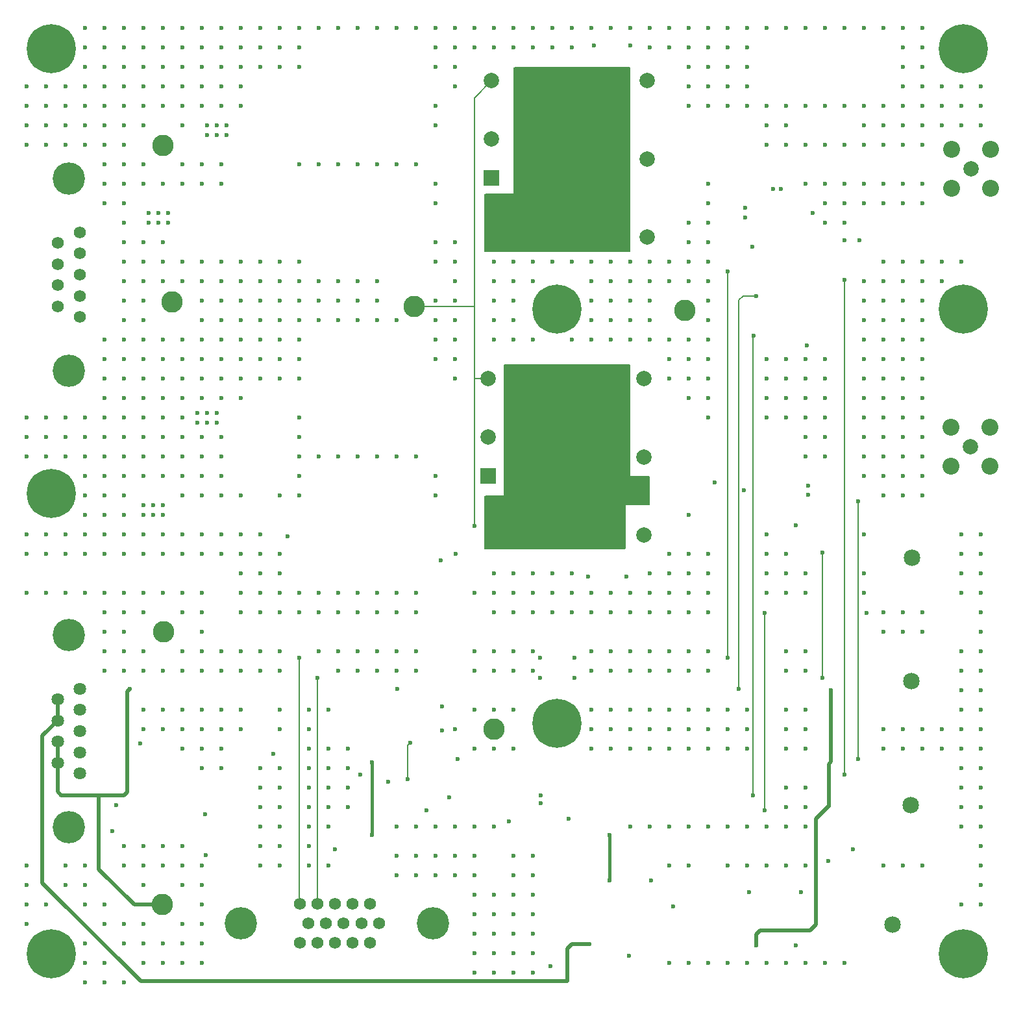
<source format=gbr>
%TF.GenerationSoftware,KiCad,Pcbnew,9.0.3*%
%TF.CreationDate,2025-09-16T11:45:41-04:00*%
%TF.ProjectId,5_COLD_TPC_Charge_Pre_Amp,355f434f-4c44-45f5-9450-435f43686172,rev?*%
%TF.SameCoordinates,Original*%
%TF.FileFunction,Copper,L5,Inr*%
%TF.FilePolarity,Positive*%
%FSLAX46Y46*%
G04 Gerber Fmt 4.6, Leading zero omitted, Abs format (unit mm)*
G04 Created by KiCad (PCBNEW 9.0.3) date 2025-09-16 11:45:41*
%MOMM*%
%LPD*%
G01*
G04 APERTURE LIST*
%TA.AperFunction,ComponentPad*%
%ADD10R,2.000000X2.000000*%
%TD*%
%TA.AperFunction,ComponentPad*%
%ADD11C,2.000000*%
%TD*%
%TA.AperFunction,ComponentPad*%
%ADD12C,2.800000*%
%TD*%
%TA.AperFunction,ComponentPad*%
%ADD13C,1.560000*%
%TD*%
%TA.AperFunction,ComponentPad*%
%ADD14C,4.216000*%
%TD*%
%TA.AperFunction,ComponentPad*%
%ADD15C,2.006600*%
%TD*%
%TA.AperFunction,ComponentPad*%
%ADD16C,2.209800*%
%TD*%
%TA.AperFunction,ComponentPad*%
%ADD17C,6.400000*%
%TD*%
%TA.AperFunction,ComponentPad*%
%ADD18C,1.575000*%
%TD*%
%TA.AperFunction,ComponentPad*%
%ADD19C,2.159000*%
%TD*%
%TA.AperFunction,ComponentPad*%
%ADD20C,1.635000*%
%TD*%
%TA.AperFunction,ViaPad*%
%ADD21C,0.600000*%
%TD*%
%TA.AperFunction,ViaPad*%
%ADD22C,1.500000*%
%TD*%
%TA.AperFunction,Conductor*%
%ADD23C,0.500000*%
%TD*%
%TA.AperFunction,Conductor*%
%ADD24C,0.200000*%
%TD*%
%TA.AperFunction,Conductor*%
%ADD25C,0.400000*%
%TD*%
G04 APERTURE END LIST*
D10*
%TO.N,/Main_Converter/V_POS*%
%TO.C,U4*%
X271000000Y-111750000D03*
D11*
%TO.N,/Main_Converter/V_RTN*%
X271000000Y-106650000D03*
%TO.N,/PM_5V_RTN*%
X291300000Y-119450000D03*
%TO.N,unconnected-(U4-TRIM-Pad4)*%
X291300000Y-109250000D03*
%TO.N,/M5V*%
X291300000Y-99050000D03*
%TO.N,/Enable_CKT/Enable*%
X271000000Y-99050000D03*
%TD*%
D12*
%TO.N,/PM_5V_TELEM_RTN*%
%TO.C,Telem_RTN1*%
X271750000Y-144770000D03*
%TD*%
D13*
%TO.N,/V_SEC_RTN*%
%TO.C,J1*%
X217755000Y-79935000D03*
X217755000Y-82705000D03*
%TO.N,unconnected-(J1-Pad3)*%
X217755000Y-85475000D03*
%TO.N,/V_SEC_RTN*%
X217755000Y-88245000D03*
X217755000Y-91015000D03*
%TO.N,/V_SEC_IN*%
X214915000Y-81320000D03*
X214915000Y-84090000D03*
X214915000Y-86860000D03*
X214915000Y-89630000D03*
D14*
%TO.N,GNDPWR*%
X216335000Y-72975000D03*
X216335000Y-97975000D03*
%TD*%
D12*
%TO.N,/M5_TELEM*%
%TO.C,-5V1*%
X228660000Y-132080000D03*
%TD*%
D15*
%TO.N,/M5V_OUT*%
%TO.C,J4*%
X333883000Y-107895000D03*
D16*
%TO.N,/PM_5V_RTN*%
X336423000Y-105355000D03*
X331343000Y-105355000D03*
X331343000Y-110435000D03*
X336423000Y-110435000D03*
%TD*%
D17*
%TO.N,GNDPWR*%
%TO.C,H3*%
X333000000Y-90000000D03*
%TD*%
D12*
%TO.N,/P5_TELEM*%
%TO.C,+5V1*%
X228540000Y-167640000D03*
%TD*%
D17*
%TO.N,GNDPWR*%
%TO.C,H1*%
X214000000Y-56000000D03*
%TD*%
%TO.N,GNDPWR*%
%TO.C,H2*%
X333000000Y-56000000D03*
%TD*%
D18*
%TO.N,/TEMP_MON*%
%TO.C,J3*%
X255606000Y-167510000D03*
%TO.N,/M5V_V_MON*%
X253316000Y-167510000D03*
%TO.N,/P5V_V_MON*%
X251026000Y-167510000D03*
%TO.N,/M5V_I_MON*%
X248736000Y-167510000D03*
%TO.N,/P5V_I_MON*%
X246446000Y-167510000D03*
%TO.N,/PM_5V_TELEM_RTN*%
X256751000Y-170050000D03*
X254461000Y-170050000D03*
X252171000Y-170050000D03*
X249881000Y-170050000D03*
X247591000Y-170050000D03*
%TO.N,unconnected-(J3-Pad11)*%
X255606000Y-172590000D03*
%TO.N,unconnected-(J3-Pad12)*%
X253316000Y-172590000D03*
%TO.N,unconnected-(J3-Pad13)*%
X251026000Y-172590000D03*
%TO.N,/Enable+*%
X248736000Y-172590000D03*
%TO.N,/Enable-*%
X246446000Y-172590000D03*
D14*
%TO.N,GNDPWR*%
X238785000Y-170050000D03*
X263775000Y-170050000D03*
%TD*%
D15*
%TO.N,/P5V_OUT*%
%TO.C,J5*%
X334010000Y-71705000D03*
D16*
%TO.N,/PM_5V_RTN*%
X336550000Y-69165000D03*
X331470000Y-69165000D03*
X331470000Y-74245000D03*
X336550000Y-74245000D03*
%TD*%
D12*
%TO.N,/Enable_CKT/Enable*%
%TO.C,V_{EN}1*%
X261320000Y-89620000D03*
%TD*%
D17*
%TO.N,GNDPWR*%
%TO.C,H8*%
X280000000Y-90000000D03*
%TD*%
D19*
%TO.N,Net-(M4-Pad3)*%
%TO.C,P1*%
X326300000Y-122390000D03*
%TD*%
%TO.N,Net-(P2-Pad1)*%
%TO.C,P2*%
X326220000Y-138470201D03*
%TD*%
D20*
%TO.N,/PM_5V_TELEM_RTN*%
%TO.C,J2*%
X217720000Y-150540000D03*
X217720000Y-147770000D03*
%TO.N,unconnected-(J2-Pad3)*%
X217720000Y-145000000D03*
%TO.N,/PM_5V_TELEM_RTN*%
X217720000Y-142230000D03*
X217720000Y-139460000D03*
%TO.N,/P5_TELEM*%
X214880000Y-149155000D03*
X214880000Y-146385000D03*
%TO.N,/M5_TELEM*%
X214880000Y-143615000D03*
X214880000Y-140845000D03*
D14*
%TO.N,GNDPWR*%
X216300000Y-132500000D03*
X216300000Y-157500000D03*
%TD*%
D12*
%TO.N,/V_SEC_IN*%
%TO.C,+12V1*%
X228570000Y-68590000D03*
%TD*%
D17*
%TO.N,GNDPWR*%
%TO.C,H5*%
X280000000Y-144000000D03*
%TD*%
D19*
%TO.N,Net-(P3-Pad1)*%
%TO.C,P3*%
X326120000Y-154650000D03*
%TD*%
D10*
%TO.N,/Main_Converter1/V_POS*%
%TO.C,U1*%
X271470000Y-72865000D03*
D11*
%TO.N,/Main_Converter1/V_RTN*%
X271470000Y-67765000D03*
%TO.N,/P5V*%
X291770000Y-80565000D03*
%TO.N,unconnected-(U1-TRIM-Pad4)*%
X291770000Y-70365000D03*
%TO.N,/PM_5V_RTN*%
X291770000Y-60165000D03*
%TO.N,/Enable_CKT/Enable*%
X271470000Y-60165000D03*
%TD*%
D12*
%TO.N,/V_SEC_RTN*%
%TO.C,+12V_RTN1*%
X229810000Y-89060000D03*
%TD*%
%TO.N,/PM_5V_RTN*%
%TO.C,+/-5V_{RTN}1*%
X296700000Y-90100000D03*
%TD*%
D19*
%TO.N,Net-(M3-Pad3)*%
%TO.C,P4*%
X323780000Y-170190201D03*
%TD*%
D17*
%TO.N,GNDPWR*%
%TO.C,H7*%
X333000000Y-174000000D03*
%TD*%
%TO.N,GNDPWR*%
%TO.C,H4*%
X214000000Y-114000000D03*
%TD*%
%TO.N,GNDPWR*%
%TO.C,H9*%
X214000000Y-174000000D03*
%TD*%
D21*
%TO.N,/PM_5V_RTN*%
X289520000Y-55620000D03*
X289080000Y-124820000D03*
X319440000Y-81020000D03*
D22*
%TO.N,GNDPWR*%
X284480000Y-74930000D03*
X279400000Y-111760000D03*
X287020000Y-111760000D03*
X276860000Y-116840000D03*
X284480000Y-111760000D03*
X279400000Y-104140000D03*
X279400000Y-72390000D03*
X281940000Y-111760000D03*
X284480000Y-119380000D03*
X279400000Y-62230000D03*
X274320000Y-114300000D03*
X281940000Y-101600000D03*
X279400000Y-77470000D03*
X274320000Y-106680000D03*
X274320000Y-80010000D03*
X284480000Y-106680000D03*
X276860000Y-106680000D03*
X276860000Y-64770000D03*
X276860000Y-77470000D03*
X281940000Y-59690000D03*
X287020000Y-114300000D03*
X284480000Y-116840000D03*
X284480000Y-109220000D03*
X279400000Y-69850000D03*
X281940000Y-104140000D03*
X284480000Y-77470000D03*
X276860000Y-104140000D03*
X276860000Y-114300000D03*
X276860000Y-59690000D03*
X287020000Y-74930000D03*
X284480000Y-69850000D03*
X276860000Y-101600000D03*
X279400000Y-114300000D03*
X281940000Y-80010000D03*
X284480000Y-80010000D03*
X276860000Y-69850000D03*
X274320000Y-77470000D03*
X287020000Y-104140000D03*
X276860000Y-62230000D03*
X274320000Y-116840000D03*
X274320000Y-109220000D03*
X281940000Y-64770000D03*
X287020000Y-106680000D03*
X287020000Y-80010000D03*
X284480000Y-99060000D03*
X279400000Y-101600000D03*
X279400000Y-106680000D03*
X287020000Y-69850000D03*
X287020000Y-119380000D03*
X284480000Y-101600000D03*
X281940000Y-114300000D03*
X281940000Y-116840000D03*
X279400000Y-59690000D03*
X279400000Y-80010000D03*
X284480000Y-62230000D03*
X276860000Y-72390000D03*
X287020000Y-116840000D03*
X276860000Y-80010000D03*
X274320000Y-104140000D03*
X287020000Y-99060000D03*
X274320000Y-99060000D03*
X281940000Y-109220000D03*
X287020000Y-64770000D03*
X281940000Y-62230000D03*
X274320000Y-101600000D03*
X279400000Y-99060000D03*
X279400000Y-116840000D03*
D21*
X284010000Y-124810000D03*
D22*
X290195000Y-113665000D03*
X287020000Y-62230000D03*
X279400000Y-67310000D03*
X271780000Y-119380000D03*
X281940000Y-67310000D03*
X287020000Y-67310000D03*
X287020000Y-109220000D03*
X284480000Y-59690000D03*
X281940000Y-119380000D03*
X281940000Y-74930000D03*
X276860000Y-74930000D03*
D21*
X284810000Y-55620000D03*
D22*
X279400000Y-109220000D03*
X281940000Y-77470000D03*
X279400000Y-64770000D03*
X281940000Y-69850000D03*
X284480000Y-64770000D03*
X281940000Y-99060000D03*
X281940000Y-72390000D03*
X271780000Y-116840000D03*
X287020000Y-72390000D03*
X284480000Y-72390000D03*
X276860000Y-67310000D03*
X276860000Y-99060000D03*
X276860000Y-119380000D03*
X271780000Y-80010000D03*
X284480000Y-114300000D03*
X281940000Y-106680000D03*
X274320000Y-119380000D03*
X279400000Y-74930000D03*
X279400000Y-119380000D03*
X284480000Y-67310000D03*
X287020000Y-101600000D03*
X287020000Y-77470000D03*
X284480000Y-104140000D03*
X276860000Y-109220000D03*
X276860000Y-111760000D03*
X271780000Y-77470000D03*
X274320000Y-111760000D03*
X287020000Y-59690000D03*
D21*
%TO.N,/V_SEC_RTN*%
X276860000Y-93980000D03*
X320040000Y-63500000D03*
X299720000Y-81280000D03*
X269240000Y-127000000D03*
X297180000Y-53340000D03*
X233680000Y-60960000D03*
X236220000Y-60960000D03*
X220980000Y-93980000D03*
X246380000Y-86360000D03*
X236220000Y-119380000D03*
X223520000Y-60960000D03*
X226060000Y-119380000D03*
X302260000Y-53340000D03*
X284480000Y-83820000D03*
X238760000Y-127000000D03*
X327660000Y-55880000D03*
X238760000Y-91440000D03*
X233045000Y-103505000D03*
X233680000Y-53340000D03*
X236220000Y-101600000D03*
X314960000Y-53340000D03*
X213360000Y-121920000D03*
X325120000Y-111760000D03*
X235585000Y-67310000D03*
X231140000Y-93980000D03*
X325120000Y-101600000D03*
X213360000Y-104140000D03*
X261620000Y-127000000D03*
X317500000Y-63500000D03*
X241300000Y-53340000D03*
X287020000Y-53340000D03*
X281940000Y-129540000D03*
X218440000Y-104140000D03*
X307340000Y-121920000D03*
X215900000Y-63500000D03*
X325120000Y-88900000D03*
X215900000Y-109220000D03*
X248920000Y-53340000D03*
X226060000Y-55880000D03*
X226060000Y-60960000D03*
X309880000Y-101600000D03*
X236220000Y-86360000D03*
X264160000Y-91440000D03*
X332740000Y-60960000D03*
X314960000Y-109220000D03*
X223520000Y-83820000D03*
X241300000Y-99060000D03*
X299720000Y-93980000D03*
X220980000Y-68580000D03*
X325120000Y-93980000D03*
X320040000Y-106680000D03*
X220980000Y-111760000D03*
X327660000Y-99060000D03*
X233680000Y-83820000D03*
X228600000Y-60960000D03*
X297180000Y-60960000D03*
X243840000Y-53340000D03*
X297180000Y-101600000D03*
X241300000Y-127000000D03*
X210820000Y-60960000D03*
X271780000Y-55880000D03*
X289560000Y-127000000D03*
X309880000Y-121920000D03*
X210820000Y-66040000D03*
X294640000Y-83820000D03*
X284480000Y-129540000D03*
X223520000Y-104140000D03*
X327660000Y-111760000D03*
X236220000Y-109220000D03*
X256540000Y-53340000D03*
X325120000Y-99060000D03*
X312420000Y-68580000D03*
X238760000Y-60960000D03*
X226060000Y-83820000D03*
X299720000Y-86360000D03*
X220980000Y-71120000D03*
X294640000Y-55880000D03*
X231140000Y-71120000D03*
X309880000Y-127000000D03*
X325120000Y-109220000D03*
X220980000Y-66040000D03*
X299720000Y-76200000D03*
X320040000Y-101600000D03*
X213360000Y-119380000D03*
X231140000Y-86360000D03*
X236220000Y-63500000D03*
X294640000Y-127000000D03*
X325120000Y-63500000D03*
X231140000Y-104140000D03*
X266700000Y-60960000D03*
X231140000Y-119380000D03*
X231140000Y-101600000D03*
X223520000Y-73660000D03*
X223520000Y-93980000D03*
X320040000Y-99060000D03*
X236220000Y-88900000D03*
X289560000Y-83820000D03*
X226060000Y-109220000D03*
X309880000Y-53340000D03*
X274320000Y-83820000D03*
X234315000Y-103505000D03*
X327660000Y-104140000D03*
X279400000Y-127000000D03*
X241300000Y-55880000D03*
X292100000Y-88900000D03*
X281940000Y-124460000D03*
X223520000Y-109220000D03*
X228600000Y-86360000D03*
X264160000Y-96520000D03*
X241300000Y-88900000D03*
X236220000Y-73660000D03*
X312420000Y-63500000D03*
X256540000Y-129540000D03*
X231140000Y-53340000D03*
X325120000Y-86360000D03*
X292100000Y-55880000D03*
X223520000Y-63500000D03*
X231140000Y-58420000D03*
X271780000Y-83820000D03*
X325120000Y-55880000D03*
X235585000Y-66040000D03*
X281940000Y-127000000D03*
X322580000Y-111760000D03*
X226060000Y-86360000D03*
X264160000Y-111760000D03*
X327660000Y-109220000D03*
X215900000Y-121920000D03*
X274320000Y-127000000D03*
X220980000Y-101600000D03*
X231140000Y-83820000D03*
X259080000Y-109220000D03*
X251460000Y-129540000D03*
X320040000Y-93980000D03*
X215900000Y-106680000D03*
X238760000Y-86360000D03*
X220980000Y-109220000D03*
X271780000Y-129540000D03*
X251460000Y-127000000D03*
X226060000Y-73660000D03*
X228600000Y-55880000D03*
X320040000Y-68580000D03*
X299720000Y-124460000D03*
X228600000Y-96520000D03*
X309880000Y-96520000D03*
X297180000Y-116840000D03*
X218440000Y-109220000D03*
X220980000Y-116840000D03*
X213360000Y-66040000D03*
X220980000Y-119380000D03*
X307340000Y-104140000D03*
X248920000Y-88900000D03*
X220980000Y-73660000D03*
X292100000Y-93980000D03*
X236220000Y-58420000D03*
X309880000Y-104140000D03*
X276860000Y-86360000D03*
X228600000Y-99060000D03*
X299720000Y-53340000D03*
X304800000Y-53340000D03*
X228600000Y-106680000D03*
X284480000Y-91440000D03*
X238760000Y-129540000D03*
X233680000Y-109220000D03*
X223520000Y-53340000D03*
X294640000Y-124460000D03*
X297180000Y-96520000D03*
X322580000Y-63500000D03*
X243840000Y-96520000D03*
X312420000Y-127000000D03*
X297180000Y-127000000D03*
X223520000Y-88900000D03*
X314960000Y-104140000D03*
X264160000Y-58420000D03*
X233680000Y-96520000D03*
X243840000Y-83820000D03*
X292100000Y-124460000D03*
X223520000Y-81280000D03*
X320040000Y-76200000D03*
X226060000Y-91440000D03*
X238760000Y-58420000D03*
X210820000Y-106680000D03*
X287020000Y-91440000D03*
X236220000Y-71120000D03*
X279400000Y-129540000D03*
X241300000Y-121920000D03*
X274320000Y-93980000D03*
X327660000Y-93980000D03*
X226060000Y-99060000D03*
X238760000Y-99060000D03*
X299720000Y-127000000D03*
X246380000Y-96520000D03*
X307340000Y-101600000D03*
X289560000Y-129540000D03*
X269240000Y-53340000D03*
X233680000Y-101600000D03*
X312420000Y-101600000D03*
X322580000Y-104140000D03*
X292100000Y-127000000D03*
X236220000Y-99060000D03*
X246380000Y-58420000D03*
X215900000Y-60960000D03*
X246380000Y-111760000D03*
X292100000Y-83820000D03*
X248920000Y-109220000D03*
X231140000Y-99060000D03*
X243840000Y-58420000D03*
X223520000Y-58420000D03*
X228600000Y-119380000D03*
X332740000Y-63500000D03*
X213360000Y-109220000D03*
X243840000Y-127000000D03*
X264160000Y-55880000D03*
X246380000Y-127000000D03*
X231140000Y-114300000D03*
X228600000Y-53340000D03*
X325120000Y-68580000D03*
X231140000Y-73660000D03*
X325120000Y-53340000D03*
X218440000Y-53340000D03*
X307340000Y-124460000D03*
X327660000Y-66040000D03*
X294640000Y-93980000D03*
X299720000Y-121920000D03*
X210820000Y-119380000D03*
X281940000Y-83820000D03*
X236220000Y-96520000D03*
X322580000Y-99060000D03*
X241300000Y-129540000D03*
X236220000Y-53340000D03*
X302260000Y-55880000D03*
X304800000Y-63500000D03*
X243840000Y-55880000D03*
X279400000Y-55880000D03*
X274320000Y-53340000D03*
X256540000Y-86360000D03*
X246380000Y-71120000D03*
X238760000Y-53340000D03*
X238760000Y-83820000D03*
X261620000Y-53340000D03*
X264160000Y-53340000D03*
X218440000Y-111760000D03*
X287020000Y-88900000D03*
X294640000Y-96520000D03*
X220980000Y-60960000D03*
X266700000Y-88900000D03*
X281940000Y-55880000D03*
X259080000Y-129540000D03*
X276860000Y-127000000D03*
X264160000Y-114300000D03*
X251460000Y-109220000D03*
X330200000Y-63500000D03*
X264160000Y-66040000D03*
X220980000Y-114300000D03*
X284480000Y-93980000D03*
X246380000Y-109220000D03*
X335280000Y-60960000D03*
X317500000Y-78740000D03*
X220980000Y-121920000D03*
X325120000Y-73660000D03*
X307340000Y-63500000D03*
X276860000Y-124460000D03*
X297180000Y-124460000D03*
X233680000Y-71120000D03*
X256540000Y-109220000D03*
X226060000Y-96520000D03*
X248920000Y-127000000D03*
X243840000Y-86360000D03*
X261620000Y-109220000D03*
X320040000Y-111760000D03*
X327660000Y-88900000D03*
X254000000Y-71120000D03*
X254000000Y-53340000D03*
X218440000Y-121920000D03*
X309880000Y-63500000D03*
X309880000Y-68580000D03*
X274320000Y-129540000D03*
X254000000Y-91440000D03*
X332740000Y-66040000D03*
X218440000Y-58420000D03*
X226060000Y-101600000D03*
X235585000Y-103505000D03*
X325120000Y-83820000D03*
X266700000Y-99060000D03*
X312420000Y-106680000D03*
X314960000Y-78740000D03*
X266700000Y-86360000D03*
X307340000Y-96520000D03*
X246380000Y-99060000D03*
X271780000Y-127000000D03*
X320040000Y-104140000D03*
X215900000Y-68580000D03*
X314960000Y-68580000D03*
X307340000Y-119380000D03*
X223520000Y-66040000D03*
X210820000Y-63500000D03*
X312420000Y-99060000D03*
X231140000Y-66040000D03*
X243840000Y-91440000D03*
X264160000Y-93980000D03*
X243840000Y-124460000D03*
X246380000Y-104140000D03*
X236855000Y-66040000D03*
X223520000Y-71120000D03*
X297180000Y-83820000D03*
X223520000Y-111760000D03*
X322580000Y-68580000D03*
X220980000Y-106680000D03*
X236220000Y-106680000D03*
X292100000Y-91440000D03*
X287020000Y-129540000D03*
X322580000Y-88900000D03*
X325120000Y-96520000D03*
X215900000Y-66040000D03*
X243840000Y-129540000D03*
X234315000Y-104775000D03*
X317500000Y-73660000D03*
X332740000Y-83820000D03*
X228600000Y-93980000D03*
X233680000Y-111760000D03*
X266700000Y-91440000D03*
X226060000Y-58420000D03*
X231140000Y-96520000D03*
X254000000Y-129540000D03*
X271780000Y-86360000D03*
X246380000Y-129540000D03*
X251460000Y-71120000D03*
X259080000Y-71120000D03*
X294640000Y-129540000D03*
X299720000Y-96520000D03*
X246380000Y-53340000D03*
X223520000Y-55880000D03*
X307340000Y-127000000D03*
X254000000Y-109220000D03*
X256540000Y-71120000D03*
X241300000Y-119380000D03*
X231140000Y-109220000D03*
X264160000Y-76200000D03*
X327660000Y-86360000D03*
X241300000Y-83820000D03*
X228600000Y-104140000D03*
X233680000Y-88900000D03*
X246380000Y-83820000D03*
X314960000Y-63500000D03*
X226060000Y-121920000D03*
X220980000Y-55880000D03*
X322580000Y-73660000D03*
X218440000Y-106680000D03*
X243840000Y-99060000D03*
X266700000Y-58420000D03*
X241300000Y-96520000D03*
X231140000Y-106680000D03*
X274320000Y-91440000D03*
X320040000Y-66040000D03*
X327660000Y-83820000D03*
X246380000Y-93980000D03*
X228600000Y-111760000D03*
X220980000Y-99060000D03*
X264160000Y-88900000D03*
X299720000Y-101600000D03*
X233680000Y-106680000D03*
X256540000Y-127000000D03*
X312420000Y-104140000D03*
X299720000Y-91440000D03*
X228600000Y-58420000D03*
X327660000Y-96520000D03*
X238760000Y-124460000D03*
X304800000Y-58420000D03*
X314960000Y-106680000D03*
X233680000Y-121920000D03*
X322580000Y-66040000D03*
X264160000Y-81280000D03*
X233680000Y-58420000D03*
X271780000Y-91440000D03*
X213360000Y-60960000D03*
X314960000Y-99060000D03*
X238760000Y-93980000D03*
X312420000Y-109220000D03*
X231140000Y-63500000D03*
X236220000Y-121920000D03*
X254000000Y-127000000D03*
X236220000Y-93980000D03*
X220980000Y-96520000D03*
X220980000Y-104140000D03*
X276860000Y-53340000D03*
X327660000Y-106680000D03*
X236220000Y-114300000D03*
X299720000Y-55880000D03*
X279400000Y-53340000D03*
X317500000Y-68580000D03*
X322580000Y-96520000D03*
X243840000Y-114300000D03*
X246380000Y-114300000D03*
X320040000Y-86360000D03*
X314960000Y-96520000D03*
X330200000Y-60960000D03*
X259080000Y-127000000D03*
X297180000Y-63500000D03*
X299720000Y-83820000D03*
X297180000Y-93980000D03*
X223520000Y-119380000D03*
X220980000Y-63500000D03*
X228600000Y-121920000D03*
X226060000Y-66040000D03*
X264160000Y-73660000D03*
X294640000Y-86360000D03*
X327660000Y-76200000D03*
X210820000Y-104140000D03*
X327660000Y-58420000D03*
X307340000Y-99060000D03*
X327660000Y-73660000D03*
X335280000Y-63500000D03*
X223520000Y-101600000D03*
X251460000Y-86360000D03*
X228600000Y-81280000D03*
X238760000Y-88900000D03*
X223520000Y-68580000D03*
X276860000Y-83820000D03*
X251460000Y-53340000D03*
X314960000Y-76200000D03*
X327660000Y-114300000D03*
X233680000Y-91440000D03*
X279400000Y-124460000D03*
X322580000Y-106680000D03*
X294640000Y-121920000D03*
X233680000Y-63500000D03*
X243840000Y-88900000D03*
X241300000Y-124460000D03*
X233680000Y-73660000D03*
X309880000Y-99060000D03*
X226060000Y-81280000D03*
X287020000Y-86360000D03*
X266700000Y-83820000D03*
X287020000Y-83820000D03*
X325120000Y-91440000D03*
X299720000Y-63500000D03*
X236220000Y-91440000D03*
X223520000Y-76200000D03*
X299720000Y-129540000D03*
X292100000Y-129540000D03*
X327660000Y-63500000D03*
X322580000Y-86360000D03*
X231140000Y-55880000D03*
X231140000Y-60960000D03*
X223520000Y-86360000D03*
X327660000Y-53340000D03*
X276860000Y-129540000D03*
X307340000Y-68580000D03*
X284480000Y-127000000D03*
X243840000Y-121920000D03*
X322580000Y-91440000D03*
X327660000Y-60960000D03*
X299720000Y-104140000D03*
X307340000Y-66040000D03*
X274320000Y-86360000D03*
X213360000Y-106680000D03*
X251460000Y-91440000D03*
X254000000Y-86360000D03*
X238760000Y-114300000D03*
X223520000Y-121920000D03*
X302260000Y-58420000D03*
X233045000Y-104775000D03*
X233680000Y-86360000D03*
X325120000Y-66040000D03*
X322580000Y-53340000D03*
X233680000Y-93980000D03*
X218440000Y-116840000D03*
X320040000Y-96520000D03*
X327660000Y-91440000D03*
X309880000Y-124460000D03*
X299720000Y-58420000D03*
X218440000Y-60960000D03*
X218440000Y-114300000D03*
X302260000Y-63500000D03*
X289560000Y-53340000D03*
X330200000Y-66040000D03*
X228600000Y-63500000D03*
X226060000Y-111760000D03*
X223520000Y-78740000D03*
X246380000Y-91440000D03*
X215900000Y-104140000D03*
X325120000Y-60960000D03*
X246380000Y-55880000D03*
X226060000Y-53340000D03*
X299720000Y-60960000D03*
X233680000Y-114300000D03*
X226060000Y-104140000D03*
X304800000Y-60960000D03*
X231140000Y-121920000D03*
X236220000Y-55880000D03*
X238760000Y-55880000D03*
X325120000Y-106680000D03*
X299720000Y-73660000D03*
X223520000Y-91440000D03*
X320040000Y-109220000D03*
X238760000Y-96520000D03*
X248920000Y-91440000D03*
X241300000Y-93980000D03*
X297180000Y-55880000D03*
X312420000Y-53340000D03*
X236220000Y-111760000D03*
X210820000Y-109220000D03*
X228600000Y-73660000D03*
X312420000Y-124460000D03*
X314960000Y-73660000D03*
X330200000Y-83820000D03*
X210820000Y-121920000D03*
X302260000Y-60960000D03*
X289560000Y-93980000D03*
X238760000Y-119380000D03*
X243840000Y-93980000D03*
X259080000Y-91440000D03*
X220980000Y-53340000D03*
X325120000Y-114300000D03*
X220980000Y-58420000D03*
X228600000Y-83820000D03*
X223520000Y-114300000D03*
X312420000Y-73660000D03*
X322580000Y-109220000D03*
X297180000Y-78740000D03*
X218440000Y-68580000D03*
X266700000Y-81280000D03*
X327660000Y-68580000D03*
X284480000Y-53340000D03*
X304800000Y-55880000D03*
X228600000Y-101600000D03*
X256540000Y-91440000D03*
X317500000Y-53340000D03*
X220980000Y-76200000D03*
X236220000Y-83820000D03*
X241300000Y-91440000D03*
X234315000Y-67310000D03*
X238760000Y-63500000D03*
X226060000Y-93980000D03*
X287020000Y-93980000D03*
X256540000Y-88900000D03*
X254000000Y-88900000D03*
X325120000Y-76200000D03*
X246380000Y-88900000D03*
X226060000Y-88900000D03*
X299720000Y-88900000D03*
X226060000Y-106680000D03*
X320040000Y-53340000D03*
X226060000Y-71120000D03*
X322580000Y-101600000D03*
X223520000Y-106680000D03*
X281940000Y-53340000D03*
X322580000Y-76200000D03*
X248920000Y-86360000D03*
X320040000Y-88900000D03*
X266700000Y-96520000D03*
X307340000Y-53340000D03*
X231140000Y-111760000D03*
X322580000Y-83820000D03*
X269240000Y-55880000D03*
X320040000Y-91440000D03*
X228600000Y-109220000D03*
X299720000Y-78740000D03*
X218440000Y-66040000D03*
X325120000Y-58420000D03*
X261620000Y-71120000D03*
X294640000Y-53340000D03*
X223520000Y-116840000D03*
X238760000Y-101600000D03*
X246380000Y-106680000D03*
X309880000Y-66040000D03*
X292100000Y-53340000D03*
X294640000Y-99060000D03*
X335280000Y-66040000D03*
X297180000Y-81280000D03*
X226060000Y-63500000D03*
X261620000Y-129540000D03*
X264160000Y-63500000D03*
X320040000Y-73660000D03*
X271780000Y-124460000D03*
X236855000Y-67310000D03*
X274320000Y-55880000D03*
X289560000Y-88900000D03*
X218440000Y-63500000D03*
X264160000Y-83820000D03*
X271780000Y-93980000D03*
X223520000Y-99060000D03*
X276860000Y-55880000D03*
X251460000Y-88900000D03*
X259080000Y-53340000D03*
X234315000Y-66040000D03*
X266700000Y-93980000D03*
X287020000Y-127000000D03*
X274320000Y-88900000D03*
X248920000Y-129540000D03*
X233680000Y-99060000D03*
X330200000Y-86360000D03*
X210820000Y-68580000D03*
X218440000Y-119380000D03*
X279400000Y-83820000D03*
X266700000Y-53340000D03*
X297180000Y-86360000D03*
X289560000Y-91440000D03*
X289560000Y-86360000D03*
X213360000Y-63500000D03*
X241300000Y-58420000D03*
X238760000Y-121920000D03*
X299720000Y-99060000D03*
X314960000Y-101600000D03*
X325120000Y-104140000D03*
X274320000Y-124460000D03*
X297180000Y-121920000D03*
X218440000Y-55880000D03*
X213360000Y-68580000D03*
X317500000Y-76200000D03*
X284480000Y-88900000D03*
X233680000Y-119380000D03*
X297180000Y-58420000D03*
X266700000Y-55880000D03*
X312420000Y-96520000D03*
X327660000Y-101600000D03*
X322580000Y-93980000D03*
X284480000Y-86360000D03*
X241300000Y-86360000D03*
X235585000Y-104775000D03*
X215900000Y-119380000D03*
X292100000Y-86360000D03*
X223520000Y-96520000D03*
X271780000Y-88900000D03*
X322580000Y-114300000D03*
X271780000Y-53340000D03*
X297180000Y-129540000D03*
X281940000Y-93980000D03*
X233680000Y-55880000D03*
X297180000Y-99060000D03*
X248920000Y-71120000D03*
%TO.N,/P5V*%
X308175000Y-74295000D03*
%TO.N,/P5_TELEM*%
X259150000Y-139510000D03*
X305997500Y-172920000D03*
X315430000Y-154700000D03*
X223970000Y-151017500D03*
X305936200Y-88275000D03*
X224270000Y-139530000D03*
X315720000Y-139630000D03*
X303720000Y-139470000D03*
%TO.N,/M5V*%
X300560000Y-112540000D03*
%TO.N,/PM_5V_TELEM_RTN*%
X269240000Y-168910000D03*
X264160000Y-163830000D03*
X220980000Y-129540000D03*
X247650000Y-157480000D03*
X299720000Y-142240000D03*
X261620000Y-163830000D03*
X233680000Y-175260000D03*
X231140000Y-170180000D03*
X297180000Y-157480000D03*
X330200000Y-147320000D03*
X312420000Y-162560000D03*
X297180000Y-162560000D03*
X314960000Y-175260000D03*
X265940000Y-153650000D03*
X247650000Y-152400000D03*
X274320000Y-161290000D03*
X332740000Y-149860000D03*
X233680000Y-134620000D03*
X231140000Y-134620000D03*
X297180000Y-144780000D03*
X276860000Y-137160000D03*
X231140000Y-147320000D03*
X274320000Y-147320000D03*
X223520000Y-177800000D03*
X228600000Y-172720000D03*
X299720000Y-147320000D03*
X247650000Y-142240000D03*
X252730000Y-152400000D03*
X335280000Y-129540000D03*
X307340000Y-175260000D03*
X335280000Y-162560000D03*
X297180000Y-147320000D03*
X335280000Y-119380000D03*
X213360000Y-127000000D03*
X233680000Y-142240000D03*
X304800000Y-162560000D03*
X238760000Y-134620000D03*
X215900000Y-162560000D03*
X322580000Y-132080000D03*
X250190000Y-162560000D03*
X271780000Y-137160000D03*
X250190000Y-142240000D03*
X302260000Y-144780000D03*
X274320000Y-166370000D03*
X231140000Y-175260000D03*
X335280000Y-157480000D03*
X320040000Y-127000000D03*
X309880000Y-152400000D03*
X327660000Y-144780000D03*
X304800000Y-175260000D03*
X247650000Y-147320000D03*
X302260000Y-147320000D03*
X279110000Y-175649800D03*
X269240000Y-176530000D03*
X335280000Y-165100000D03*
X252730000Y-154940000D03*
X309880000Y-157480000D03*
X271780000Y-171450000D03*
X220980000Y-134620000D03*
X284480000Y-147320000D03*
X312420000Y-134620000D03*
X236220000Y-149860000D03*
X332740000Y-121920000D03*
X236220000Y-134620000D03*
X325120000Y-144780000D03*
X299720000Y-137160000D03*
X302260000Y-157480000D03*
X312420000Y-137160000D03*
X218440000Y-172720000D03*
X231140000Y-142240000D03*
X261620000Y-157480000D03*
X271780000Y-166370000D03*
X269240000Y-147320000D03*
X236220000Y-144780000D03*
X332740000Y-119380000D03*
X238760000Y-144780000D03*
X294640000Y-157480000D03*
X231140000Y-137160000D03*
X269240000Y-157480000D03*
X277890000Y-154410000D03*
X228600000Y-127000000D03*
X226060000Y-175260000D03*
X236220000Y-147320000D03*
X332740000Y-139700000D03*
X264160000Y-157480000D03*
X221970000Y-158010000D03*
X266700000Y-161290000D03*
X269240000Y-161290000D03*
X315380000Y-161940000D03*
X335280000Y-142240000D03*
X335280000Y-127000000D03*
X241300000Y-162560000D03*
X247650000Y-144780000D03*
X299720000Y-134620000D03*
X228600000Y-160020000D03*
X269240000Y-137160000D03*
X226060000Y-144780000D03*
X257960000Y-151610000D03*
X261620000Y-134620000D03*
X335280000Y-149860000D03*
X335280000Y-124460000D03*
X218440000Y-127000000D03*
X312420000Y-157480000D03*
X281510000Y-156450000D03*
X256540000Y-134620000D03*
X243840000Y-142240000D03*
X226060000Y-165100000D03*
X247650000Y-162560000D03*
X276860000Y-166370000D03*
X312420000Y-147320000D03*
X274320000Y-173990000D03*
X287020000Y-147320000D03*
X332740000Y-167640000D03*
X294640000Y-142240000D03*
X332740000Y-137160000D03*
X241300000Y-137160000D03*
X243840000Y-152400000D03*
X327660000Y-132080000D03*
X297180000Y-137160000D03*
X274320000Y-142240000D03*
X256540000Y-137160000D03*
X266700000Y-144780000D03*
X233680000Y-172720000D03*
X251460000Y-134620000D03*
X231140000Y-160020000D03*
X304800000Y-142240000D03*
X327660000Y-147320000D03*
X218440000Y-162560000D03*
X309880000Y-175260000D03*
X271780000Y-134620000D03*
X305445000Y-81840000D03*
X320390000Y-129570000D03*
X325120000Y-132080000D03*
X215900000Y-127000000D03*
X327660000Y-129540000D03*
X332740000Y-134620000D03*
X250190000Y-154940000D03*
X233680000Y-132080000D03*
X289560000Y-144780000D03*
X274320000Y-137160000D03*
X234070000Y-155860000D03*
X302260000Y-175260000D03*
X250190000Y-152400000D03*
X289560000Y-137160000D03*
X271780000Y-147320000D03*
X274320000Y-176530000D03*
X294640000Y-144780000D03*
X289560000Y-147320000D03*
X322580000Y-162560000D03*
X234220000Y-161135000D03*
X322580000Y-144780000D03*
X220980000Y-132080000D03*
X231140000Y-127000000D03*
X250190000Y-147320000D03*
X297180000Y-142240000D03*
X271780000Y-176530000D03*
X243840000Y-134620000D03*
X220980000Y-167640000D03*
X292257500Y-164469800D03*
X311127500Y-172920000D03*
X223520000Y-129540000D03*
X243840000Y-137160000D03*
X332740000Y-127000000D03*
X312420000Y-144780000D03*
X276860000Y-163830000D03*
X335280000Y-134620000D03*
X335280000Y-167640000D03*
X311817500Y-165960000D03*
X233680000Y-144780000D03*
X292100000Y-157480000D03*
X254000000Y-134620000D03*
X269240000Y-173990000D03*
X335280000Y-147320000D03*
X335280000Y-152400000D03*
X266700000Y-157480000D03*
X312745000Y-112955000D03*
X220980000Y-177800000D03*
X287020000Y-142240000D03*
X241300000Y-154940000D03*
X320040000Y-119380000D03*
X226060000Y-129540000D03*
X327660000Y-162560000D03*
X261620000Y-161290000D03*
X289560000Y-157480000D03*
X269240000Y-166370000D03*
X250190000Y-157480000D03*
X220980000Y-175260000D03*
X241300000Y-149860000D03*
X236220000Y-137160000D03*
X233680000Y-167640000D03*
X241300000Y-134620000D03*
X332740000Y-154940000D03*
X287020000Y-137160000D03*
X223520000Y-170180000D03*
X289377500Y-174329800D03*
X223520000Y-162560000D03*
X294640000Y-162560000D03*
X312420000Y-142240000D03*
X276860000Y-134620000D03*
X243840000Y-160020000D03*
X226060000Y-172720000D03*
X332740000Y-144780000D03*
X261620000Y-137160000D03*
X228600000Y-175260000D03*
X247650000Y-149860000D03*
X210820000Y-167640000D03*
X287020000Y-144780000D03*
X325120000Y-129540000D03*
X218440000Y-167640000D03*
X236220000Y-142240000D03*
X233680000Y-127000000D03*
X322580000Y-147320000D03*
X233680000Y-170180000D03*
X254000000Y-137160000D03*
X332740000Y-157480000D03*
X294640000Y-134620000D03*
X238760000Y-137160000D03*
X241300000Y-157480000D03*
X250190000Y-149860000D03*
X247650000Y-154940000D03*
X243840000Y-162560000D03*
X274320000Y-163830000D03*
X226060000Y-170180000D03*
X220980000Y-137160000D03*
X276860000Y-173990000D03*
X292100000Y-142240000D03*
X215900000Y-165100000D03*
X220980000Y-170180000D03*
X297180000Y-134620000D03*
X223520000Y-127000000D03*
X287020000Y-134620000D03*
X284480000Y-134620000D03*
X265010000Y-141820000D03*
X276860000Y-168910000D03*
X292100000Y-134620000D03*
X225610000Y-146590000D03*
X332740000Y-152400000D03*
X289560000Y-142240000D03*
X297180000Y-175260000D03*
X243840000Y-149860000D03*
X210820000Y-127000000D03*
X312420000Y-152400000D03*
X335280000Y-139700000D03*
X289560000Y-134620000D03*
X332740000Y-124460000D03*
X325120000Y-162560000D03*
X309880000Y-147320000D03*
X313365000Y-77415000D03*
X269240000Y-171450000D03*
X252730000Y-147320000D03*
X223520000Y-160020000D03*
X259080000Y-161290000D03*
X292100000Y-147320000D03*
X210820000Y-170180000D03*
X231140000Y-144780000D03*
X292100000Y-144780000D03*
X213360000Y-167640000D03*
X332740000Y-147320000D03*
X243840000Y-154940000D03*
X233680000Y-137160000D03*
X242990000Y-147930000D03*
X243840000Y-144780000D03*
X241300000Y-152400000D03*
X312420000Y-154940000D03*
X218440000Y-165100000D03*
X330200000Y-144780000D03*
X309880000Y-162560000D03*
X284480000Y-144780000D03*
X271780000Y-173990000D03*
X271780000Y-168910000D03*
X335280000Y-121920000D03*
X233680000Y-147320000D03*
X210820000Y-165100000D03*
X259080000Y-134620000D03*
X222530000Y-154690000D03*
X264160000Y-161290000D03*
X320040000Y-124460000D03*
X294640000Y-137160000D03*
X292100000Y-137160000D03*
X325120000Y-147320000D03*
X302260000Y-162560000D03*
X335280000Y-137160000D03*
X304350000Y-113580000D03*
X269240000Y-163830000D03*
X274320000Y-134620000D03*
X231140000Y-129540000D03*
X228600000Y-162560000D03*
X251460000Y-137160000D03*
X243840000Y-157480000D03*
X220980000Y-127000000D03*
X335280000Y-160020000D03*
X307340000Y-162560000D03*
X228600000Y-142240000D03*
X226060000Y-160020000D03*
X304800000Y-147320000D03*
X294640000Y-147320000D03*
X223520000Y-137160000D03*
X259080000Y-137160000D03*
X276860000Y-161290000D03*
X322580000Y-129540000D03*
X228600000Y-137160000D03*
X223520000Y-132080000D03*
X231140000Y-172720000D03*
X259080000Y-163830000D03*
X248920000Y-134620000D03*
X309880000Y-154940000D03*
X226060000Y-137160000D03*
X302260000Y-142240000D03*
X218440000Y-177800000D03*
X332740000Y-142240000D03*
X284480000Y-137160000D03*
X335280000Y-144780000D03*
X226060000Y-127000000D03*
X274320000Y-168910000D03*
X271780000Y-142240000D03*
X269240000Y-142240000D03*
X304535000Y-76775000D03*
X299720000Y-175260000D03*
X304800000Y-157480000D03*
X284480000Y-142240000D03*
X294640000Y-175260000D03*
X238760000Y-142240000D03*
X335280000Y-154940000D03*
X312420000Y-175260000D03*
X276860000Y-176530000D03*
X218440000Y-175260000D03*
X259080000Y-157480000D03*
X233680000Y-165100000D03*
X226060000Y-142240000D03*
X233680000Y-129540000D03*
X276860000Y-171450000D03*
X299720000Y-157480000D03*
X210820000Y-162560000D03*
X309880000Y-142240000D03*
X266700000Y-163830000D03*
X312576200Y-94715000D03*
X226060000Y-134620000D03*
X311145000Y-118195000D03*
X335280000Y-132080000D03*
X252730000Y-149860000D03*
X271780000Y-157480000D03*
X309880000Y-137160000D03*
X299720000Y-144780000D03*
X309880000Y-144780000D03*
X233680000Y-149860000D03*
X241300000Y-160020000D03*
X223520000Y-134620000D03*
X307340000Y-157480000D03*
X231140000Y-165100000D03*
X226060000Y-162560000D03*
X295177500Y-167840000D03*
X223520000Y-172720000D03*
X274320000Y-171450000D03*
X231140000Y-162560000D03*
X317500000Y-175260000D03*
X269240000Y-134620000D03*
X309880000Y-134620000D03*
X228600000Y-144780000D03*
X247650000Y-160020000D03*
X304800000Y-144780000D03*
X233680000Y-162560000D03*
%TO.N,/M5_TELEM*%
X284210000Y-172779800D03*
%TO.N,/Telemetry_CKT/V3p3*%
X265020000Y-144920000D03*
X305067500Y-165957500D03*
X304535000Y-78045000D03*
X312735000Y-114215000D03*
X273680000Y-156780000D03*
%TO.N,Net-(C31-Pad2)*%
X314645000Y-121675000D03*
X282310000Y-138080000D03*
X314610000Y-138080000D03*
%TO.N,Net-(C32-Pad2)*%
X282310000Y-135460000D03*
X302220000Y-135460000D03*
X302255000Y-85075000D03*
%TO.N,/Telemetry_CKT/nV3p3*%
X286860000Y-158570000D03*
X255870000Y-149050000D03*
X255860000Y-158570000D03*
X286860000Y-164479800D03*
%TO.N,/V_SEC_IN*%
X226060000Y-115570000D03*
X227965000Y-77470000D03*
X227330000Y-115570000D03*
X227965000Y-78740000D03*
X228600000Y-116840000D03*
X229235000Y-77470000D03*
X227330000Y-116840000D03*
X226060000Y-116840000D03*
X244820000Y-119630000D03*
X226695000Y-77470000D03*
X226695000Y-78740000D03*
X229235000Y-78740000D03*
X228600000Y-115570000D03*
%TO.N,/M5V_V_MON*%
X307050000Y-129580000D03*
X262970000Y-155300000D03*
X307040000Y-155300000D03*
%TO.N,/M5V_I_MON*%
X277760000Y-138080000D03*
X248750000Y-138080000D03*
%TO.N,/P5V_I_MON*%
X246350000Y-135460000D03*
X277760000Y-135460000D03*
%TO.N,/P5V_V_MON*%
X251000000Y-160420000D03*
X318560000Y-160420000D03*
%TO.N,/P5V_OUT*%
X309235000Y-74305000D03*
X317490000Y-81010000D03*
%TO.N,Net-(M2-Pad1)*%
X264860000Y-122740000D03*
%TO.N,/Enable_CKT/Enable*%
X266760000Y-121840000D03*
X269210000Y-118230000D03*
%TO.N,/Telemetry_CKT/V_TEMP*%
X305570000Y-153400000D03*
X277840000Y-153400000D03*
X305605000Y-93455000D03*
%TO.N,Net-(U11A-+INA)*%
X317480000Y-150690000D03*
X254290000Y-150690000D03*
X317480000Y-86140000D03*
%TO.N,Net-(U11B--INB)*%
X319270000Y-115010000D03*
X319270000Y-148610000D03*
X266990000Y-148630000D03*
%TO.N,Net-(U11B-B_OUT)*%
X260850000Y-146510000D03*
X260530000Y-151290000D03*
%TD*%
D23*
%TO.N,/P5_TELEM*%
X223550000Y-153360000D02*
X223970000Y-152940000D01*
X312990000Y-170970000D02*
X306500000Y-170970000D01*
X223970000Y-152940000D02*
X223970000Y-151017500D01*
D24*
X303720000Y-88810000D02*
X303720000Y-139470000D01*
D23*
X315430000Y-149290000D02*
X315430000Y-154700000D01*
X220420000Y-153360000D02*
X220230000Y-153550000D01*
X214880000Y-146385000D02*
X214880000Y-152910000D01*
X224870000Y-167640000D02*
X228540000Y-167640000D01*
D24*
X305936200Y-88275000D02*
X304255000Y-88275000D01*
D23*
X315720000Y-149000000D02*
X315430000Y-149290000D01*
X223970000Y-151017500D02*
X223970000Y-139830000D01*
X220230000Y-153550000D02*
X220230000Y-163000000D01*
X220230000Y-163000000D02*
X224870000Y-167640000D01*
D24*
X304255000Y-88275000D02*
X303720000Y-88810000D01*
D23*
X305997500Y-171472500D02*
X305997500Y-172920000D01*
X306500000Y-170970000D02*
X305997500Y-171472500D01*
X215330000Y-153360000D02*
X220420000Y-153360000D01*
X315430000Y-154700000D02*
X313740000Y-156390000D01*
X313740000Y-170220000D02*
X312990000Y-170970000D01*
X223970000Y-139830000D02*
X224270000Y-139530000D01*
X315720000Y-139630000D02*
X315720000Y-149000000D01*
X313740000Y-156390000D02*
X313740000Y-170220000D01*
D24*
X303720000Y-139470000D02*
X303720000Y-139480000D01*
D23*
X214880000Y-152910000D02*
X215330000Y-153360000D01*
X220420000Y-153360000D02*
X223550000Y-153360000D01*
%TO.N,/M5_TELEM*%
X214875000Y-143615000D02*
X212870000Y-145620000D01*
X225680000Y-177600000D02*
X281320000Y-177600000D01*
X214880000Y-140845000D02*
X214880000Y-143615000D01*
X281320000Y-173400000D02*
X281940200Y-172779800D01*
X212870000Y-145620000D02*
X212870000Y-164790000D01*
X281320000Y-177600000D02*
X281320000Y-173400000D01*
X214880000Y-143615000D02*
X214875000Y-143615000D01*
X281940200Y-172779800D02*
X284210000Y-172779800D01*
X212870000Y-164790000D02*
X225680000Y-177600000D01*
D24*
%TO.N,Net-(C31-Pad2)*%
X314610000Y-121710000D02*
X314645000Y-121675000D01*
X314610000Y-138080000D02*
X314610000Y-121710000D01*
%TO.N,Net-(C32-Pad2)*%
X302220000Y-85110000D02*
X302255000Y-85075000D01*
X302220000Y-135460000D02*
X302220000Y-85110000D01*
D25*
%TO.N,/Telemetry_CKT/nV3p3*%
X255860000Y-158570000D02*
X255870000Y-158560000D01*
X286860000Y-164479800D02*
X286860000Y-158570000D01*
X255870000Y-158560000D02*
X255870000Y-149050000D01*
D24*
%TO.N,/M5V_V_MON*%
X307040000Y-155300000D02*
X307040000Y-129590000D01*
X307040000Y-129590000D02*
X307050000Y-129580000D01*
%TO.N,/M5V_I_MON*%
X248736000Y-167510000D02*
X248750000Y-167496000D01*
X248750000Y-167496000D02*
X248750000Y-138080000D01*
%TO.N,/P5V_I_MON*%
X246350000Y-135460000D02*
X246350000Y-167414000D01*
X246350000Y-167414000D02*
X246446000Y-167510000D01*
%TO.N,/Enable_CKT/Enable*%
X261320000Y-89620000D02*
X269190000Y-89620000D01*
X269210000Y-62425000D02*
X271470000Y-60165000D01*
X269210000Y-89600000D02*
X269210000Y-62425000D01*
X269190000Y-89620000D02*
X269210000Y-89600000D01*
X269210000Y-99050000D02*
X269210000Y-89600000D01*
X271000000Y-99050000D02*
X269210000Y-99050000D01*
X269210000Y-118230000D02*
X269210000Y-99050000D01*
%TO.N,/Telemetry_CKT/V_TEMP*%
X305570000Y-93490000D02*
X305605000Y-93455000D01*
X305570000Y-153400000D02*
X305570000Y-93490000D01*
%TO.N,Net-(U11A-+INA)*%
X317480000Y-86140000D02*
X317480000Y-150690000D01*
%TO.N,Net-(U11B--INB)*%
X319270000Y-115010000D02*
X319270000Y-148610000D01*
%TO.N,Net-(U11B-B_OUT)*%
X260530000Y-151290000D02*
X260530000Y-146830000D01*
X260530000Y-146830000D02*
X260850000Y-146510000D01*
%TD*%
%TA.AperFunction,Conductor*%
%TO.N,GNDPWR*%
G36*
X289503039Y-97174685D02*
G01*
X289548794Y-97227489D01*
X289560000Y-97279000D01*
X289560000Y-111760000D01*
X291976000Y-111760000D01*
X292043039Y-111779685D01*
X292088794Y-111832489D01*
X292100000Y-111884000D01*
X292100000Y-115446000D01*
X292080315Y-115513039D01*
X292027511Y-115558794D01*
X291976000Y-115570000D01*
X288925000Y-115570000D01*
X288925000Y-121161000D01*
X288905315Y-121228039D01*
X288852511Y-121273794D01*
X288801000Y-121285000D01*
X270634000Y-121285000D01*
X270566961Y-121265315D01*
X270521206Y-121212511D01*
X270510000Y-121161000D01*
X270510000Y-114424000D01*
X270529685Y-114356961D01*
X270582489Y-114311206D01*
X270634000Y-114300000D01*
X273050000Y-114300000D01*
X273050000Y-97279000D01*
X273069685Y-97211961D01*
X273122489Y-97166206D01*
X273174000Y-97155000D01*
X289436000Y-97155000D01*
X289503039Y-97174685D01*
G37*
%TD.AperFunction*%
%TD*%
%TA.AperFunction,Conductor*%
%TO.N,GNDPWR*%
G36*
X289503039Y-58439685D02*
G01*
X289548794Y-58492489D01*
X289560000Y-58544000D01*
X289560000Y-82426000D01*
X289540315Y-82493039D01*
X289487511Y-82538794D01*
X289436000Y-82550000D01*
X270634000Y-82550000D01*
X270566961Y-82530315D01*
X270521206Y-82477511D01*
X270510000Y-82426000D01*
X270510000Y-75054000D01*
X270529685Y-74986961D01*
X270582489Y-74941206D01*
X270634000Y-74930000D01*
X274320000Y-74930000D01*
X274320000Y-58544000D01*
X274339685Y-58476961D01*
X274392489Y-58431206D01*
X274444000Y-58420000D01*
X289436000Y-58420000D01*
X289503039Y-58439685D01*
G37*
%TD.AperFunction*%
%TD*%
M02*

</source>
